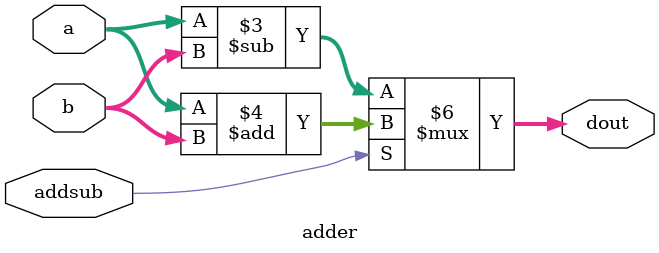
<source format=v>
module adder (dout, a, b, addsub);

input [15:0]a,b;
input addsub;

output reg [15:0]dout;

always@(*)
begin
    if (addsub == 0)
    dout = a - b;

    else 
    dout = a+b;
end
    
endmodule
</source>
